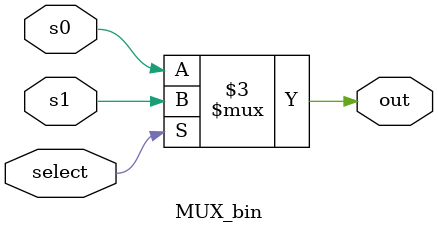
<source format=v>
`timescale 1ns / 1ps
module MUX_bin(
    input s0,
    input s1,
    input select,
    output reg out
    );
	 
    always @(s0 or s1 or select) begin
	   if (select) out <= s1; 
		else out <= s0; 
	 end

endmodule

</source>
